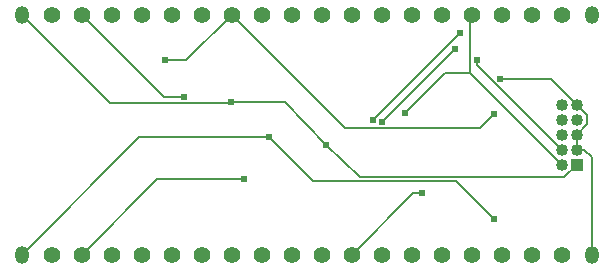
<source format=gbl>
G04 (created by PCBNEW-RS274X (2012-01-19 BZR 3256)-stable) date 24/08/2012 17:37:12*
G01*
G70*
G90*
%MOIN*%
G04 Gerber Fmt 3.4, Leading zero omitted, Abs format*
%FSLAX34Y34*%
G04 APERTURE LIST*
%ADD10C,0.006000*%
%ADD11C,0.055000*%
%ADD12O,0.047200X0.059100*%
%ADD13R,0.040000X0.040000*%
%ADD14C,0.040000*%
%ADD15C,0.024000*%
G04 APERTURE END LIST*
G54D10*
G54D11*
X04343Y00500D03*
X09343Y08500D03*
X08343Y08500D03*
X06343Y08500D03*
X05343Y08500D03*
X12343Y00500D03*
X13343Y00500D03*
X14343Y00500D03*
X15343Y00500D03*
X16343Y00500D03*
X17343Y00500D03*
X10343Y08500D03*
X03343Y00500D03*
X02343Y00500D03*
X01343Y00500D03*
X02343Y08500D03*
X03343Y08500D03*
G54D12*
X00343Y00500D03*
G54D11*
X13343Y08500D03*
X06343Y00500D03*
X07343Y00500D03*
X08343Y00500D03*
X18343Y00500D03*
G54D12*
X19343Y08500D03*
G54D11*
X18343Y08500D03*
X17343Y08500D03*
X16343Y08500D03*
X15343Y08500D03*
X14343Y08500D03*
X05343Y00500D03*
G54D12*
X19343Y00500D03*
X00343Y08500D03*
G54D11*
X04343Y08500D03*
X07343Y08500D03*
X09343Y00500D03*
X10343Y00500D03*
X11343Y00500D03*
X12343Y08500D03*
X11343Y08500D03*
X01343Y08500D03*
G54D13*
X18843Y03500D03*
G54D14*
X18343Y03500D03*
X18843Y04000D03*
X18343Y04000D03*
X18843Y04500D03*
X18343Y04500D03*
X18843Y05000D03*
X18343Y05000D03*
X18843Y05500D03*
X18343Y05500D03*
G54D15*
X05127Y06978D03*
X16094Y05187D03*
X13690Y02547D03*
X15518Y06990D03*
X13117Y05221D03*
X16090Y01687D03*
X08575Y04416D03*
X16284Y06361D03*
X12059Y04992D03*
X14943Y07876D03*
X12367Y04932D03*
X14799Y07364D03*
X07769Y03023D03*
X05740Y05770D03*
X10503Y04140D03*
X07329Y05584D03*
G54D10*
X07343Y08500D02*
X05821Y06978D01*
X11125Y04718D02*
X15625Y04718D01*
X05821Y06978D02*
X05127Y06978D01*
X07343Y08500D02*
X11125Y04718D01*
X15625Y04718D02*
X16094Y05187D01*
X11343Y00500D02*
X13390Y02547D01*
X13390Y02547D02*
X13690Y02547D01*
X15518Y06825D02*
X18343Y04000D01*
X15518Y06990D02*
X15518Y06825D01*
X18343Y03500D02*
X15302Y06541D01*
X15302Y08459D02*
X15343Y08500D01*
X15302Y06541D02*
X15302Y08459D01*
X14437Y06541D02*
X13117Y05221D01*
X15302Y06541D02*
X14437Y06541D01*
X08575Y04416D02*
X04259Y04416D01*
X04259Y04416D02*
X00343Y00500D01*
X16090Y01687D02*
X14827Y02950D01*
X10041Y02950D02*
X08575Y04416D01*
X14827Y02950D02*
X10041Y02950D01*
X19193Y04850D02*
X18843Y04500D01*
X18843Y05500D02*
X17982Y06361D01*
X17982Y06361D02*
X16284Y06361D01*
X18843Y04000D02*
X19093Y04000D01*
X19093Y04000D02*
X19343Y03750D01*
X19343Y03750D02*
X19343Y00500D01*
X18843Y04500D02*
X18843Y04000D01*
X18843Y05500D02*
X19193Y05150D01*
X19193Y05150D02*
X19193Y04850D01*
X14943Y07876D02*
X12059Y04992D01*
X14799Y07364D02*
X12367Y04932D01*
X07769Y03023D02*
X04866Y03023D01*
X04866Y03023D02*
X02343Y00500D01*
X05073Y05770D02*
X02343Y08500D01*
X05740Y05770D02*
X05073Y05770D01*
X10503Y04140D02*
X09134Y05584D01*
X11631Y03087D02*
X10503Y04140D01*
X07297Y05552D02*
X07329Y05584D01*
X18843Y03500D02*
X18430Y03087D01*
X09134Y05584D02*
X07329Y05584D01*
X18430Y03087D02*
X11631Y03087D01*
X03291Y05552D02*
X07297Y05552D01*
X00343Y08500D02*
X03291Y05552D01*
M02*

</source>
